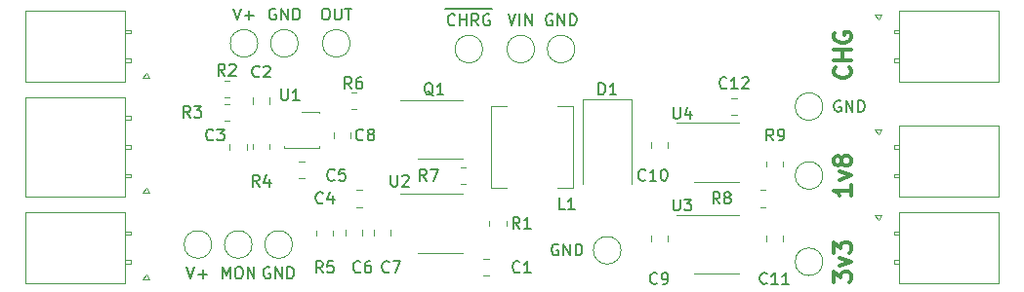
<source format=gto>
G04 #@! TF.GenerationSoftware,KiCad,Pcbnew,(5.1.10)-1*
G04 #@! TF.CreationDate,2021-10-14T23:30:01+01:00*
G04 #@! TF.ProjectId,Battery,42617474-6572-4792-9e6b-696361645f70,rev?*
G04 #@! TF.SameCoordinates,Original*
G04 #@! TF.FileFunction,Legend,Top*
G04 #@! TF.FilePolarity,Positive*
%FSLAX46Y46*%
G04 Gerber Fmt 4.6, Leading zero omitted, Abs format (unit mm)*
G04 Created by KiCad (PCBNEW (5.1.10)-1) date 2021-10-14 23:30:01*
%MOMM*%
%LPD*%
G01*
G04 APERTURE LIST*
%ADD10C,0.200000*%
%ADD11C,0.300000*%
%ADD12C,0.120000*%
%ADD13C,0.150000*%
%ADD14C,2.000000*%
%ADD15R,0.650000X0.350000*%
%ADD16R,1.550000X2.400000*%
%ADD17R,3.600000X3.100000*%
%ADD18C,1.700000*%
%ADD19O,2.200000X1.700000*%
%ADD20R,2.300000X3.500000*%
G04 APERTURE END LIST*
D10*
X247238095Y-49000000D02*
X247142857Y-48952380D01*
X247000000Y-48952380D01*
X246857142Y-49000000D01*
X246761904Y-49095238D01*
X246714285Y-49190476D01*
X246666666Y-49380952D01*
X246666666Y-49523809D01*
X246714285Y-49714285D01*
X246761904Y-49809523D01*
X246857142Y-49904761D01*
X247000000Y-49952380D01*
X247095238Y-49952380D01*
X247238095Y-49904761D01*
X247285714Y-49857142D01*
X247285714Y-49523809D01*
X247095238Y-49523809D01*
X247714285Y-49952380D02*
X247714285Y-48952380D01*
X248285714Y-49952380D01*
X248285714Y-48952380D01*
X248761904Y-49952380D02*
X248761904Y-48952380D01*
X249000000Y-48952380D01*
X249142857Y-49000000D01*
X249238095Y-49095238D01*
X249285714Y-49190476D01*
X249333333Y-49380952D01*
X249333333Y-49523809D01*
X249285714Y-49714285D01*
X249238095Y-49809523D01*
X249142857Y-49904761D01*
X249000000Y-49952380D01*
X248761904Y-49952380D01*
X222738095Y-61500000D02*
X222642857Y-61452380D01*
X222500000Y-61452380D01*
X222357142Y-61500000D01*
X222261904Y-61595238D01*
X222214285Y-61690476D01*
X222166666Y-61880952D01*
X222166666Y-62023809D01*
X222214285Y-62214285D01*
X222261904Y-62309523D01*
X222357142Y-62404761D01*
X222500000Y-62452380D01*
X222595238Y-62452380D01*
X222738095Y-62404761D01*
X222785714Y-62357142D01*
X222785714Y-62023809D01*
X222595238Y-62023809D01*
X223214285Y-62452380D02*
X223214285Y-61452380D01*
X223785714Y-62452380D01*
X223785714Y-61452380D01*
X224261904Y-62452380D02*
X224261904Y-61452380D01*
X224500000Y-61452380D01*
X224642857Y-61500000D01*
X224738095Y-61595238D01*
X224785714Y-61690476D01*
X224833333Y-61880952D01*
X224833333Y-62023809D01*
X224785714Y-62214285D01*
X224738095Y-62309523D01*
X224642857Y-62404761D01*
X224500000Y-62452380D01*
X224261904Y-62452380D01*
X222238095Y-41500000D02*
X222142857Y-41452380D01*
X222000000Y-41452380D01*
X221857142Y-41500000D01*
X221761904Y-41595238D01*
X221714285Y-41690476D01*
X221666666Y-41880952D01*
X221666666Y-42023809D01*
X221714285Y-42214285D01*
X221761904Y-42309523D01*
X221857142Y-42404761D01*
X222000000Y-42452380D01*
X222095238Y-42452380D01*
X222238095Y-42404761D01*
X222285714Y-42357142D01*
X222285714Y-42023809D01*
X222095238Y-42023809D01*
X222714285Y-42452380D02*
X222714285Y-41452380D01*
X223285714Y-42452380D01*
X223285714Y-41452380D01*
X223761904Y-42452380D02*
X223761904Y-41452380D01*
X224000000Y-41452380D01*
X224142857Y-41500000D01*
X224238095Y-41595238D01*
X224285714Y-41690476D01*
X224333333Y-41880952D01*
X224333333Y-42023809D01*
X224285714Y-42214285D01*
X224238095Y-42309523D01*
X224142857Y-42404761D01*
X224000000Y-42452380D01*
X223761904Y-42452380D01*
X218404761Y-41452380D02*
X218738095Y-42452380D01*
X219071428Y-41452380D01*
X219404761Y-42452380D02*
X219404761Y-41452380D01*
X219880952Y-42452380D02*
X219880952Y-41452380D01*
X220452380Y-42452380D01*
X220452380Y-41452380D01*
X198238095Y-41000000D02*
X198142857Y-40952380D01*
X198000000Y-40952380D01*
X197857142Y-41000000D01*
X197761904Y-41095238D01*
X197714285Y-41190476D01*
X197666666Y-41380952D01*
X197666666Y-41523809D01*
X197714285Y-41714285D01*
X197761904Y-41809523D01*
X197857142Y-41904761D01*
X198000000Y-41952380D01*
X198095238Y-41952380D01*
X198238095Y-41904761D01*
X198285714Y-41857142D01*
X198285714Y-41523809D01*
X198095238Y-41523809D01*
X198714285Y-41952380D02*
X198714285Y-40952380D01*
X199285714Y-41952380D01*
X199285714Y-40952380D01*
X199761904Y-41952380D02*
X199761904Y-40952380D01*
X200000000Y-40952380D01*
X200142857Y-41000000D01*
X200238095Y-41095238D01*
X200285714Y-41190476D01*
X200333333Y-41380952D01*
X200333333Y-41523809D01*
X200285714Y-41714285D01*
X200238095Y-41809523D01*
X200142857Y-41904761D01*
X200000000Y-41952380D01*
X199761904Y-41952380D01*
X194547619Y-40952380D02*
X194880952Y-41952380D01*
X195214285Y-40952380D01*
X195547619Y-41571428D02*
X196309523Y-41571428D01*
X195928571Y-41952380D02*
X195928571Y-41190476D01*
X197738095Y-63500000D02*
X197642857Y-63452380D01*
X197500000Y-63452380D01*
X197357142Y-63500000D01*
X197261904Y-63595238D01*
X197214285Y-63690476D01*
X197166666Y-63880952D01*
X197166666Y-64023809D01*
X197214285Y-64214285D01*
X197261904Y-64309523D01*
X197357142Y-64404761D01*
X197500000Y-64452380D01*
X197595238Y-64452380D01*
X197738095Y-64404761D01*
X197785714Y-64357142D01*
X197785714Y-64023809D01*
X197595238Y-64023809D01*
X198214285Y-64452380D02*
X198214285Y-63452380D01*
X198785714Y-64452380D01*
X198785714Y-63452380D01*
X199261904Y-64452380D02*
X199261904Y-63452380D01*
X199500000Y-63452380D01*
X199642857Y-63500000D01*
X199738095Y-63595238D01*
X199785714Y-63690476D01*
X199833333Y-63880952D01*
X199833333Y-64023809D01*
X199785714Y-64214285D01*
X199738095Y-64309523D01*
X199642857Y-64404761D01*
X199500000Y-64452380D01*
X199261904Y-64452380D01*
X193619047Y-64452380D02*
X193619047Y-63452380D01*
X193952380Y-64166666D01*
X194285714Y-63452380D01*
X194285714Y-64452380D01*
X194952380Y-63452380D02*
X195142857Y-63452380D01*
X195238095Y-63500000D01*
X195333333Y-63595238D01*
X195380952Y-63785714D01*
X195380952Y-64119047D01*
X195333333Y-64309523D01*
X195238095Y-64404761D01*
X195142857Y-64452380D01*
X194952380Y-64452380D01*
X194857142Y-64404761D01*
X194761904Y-64309523D01*
X194714285Y-64119047D01*
X194714285Y-63785714D01*
X194761904Y-63595238D01*
X194857142Y-63500000D01*
X194952380Y-63452380D01*
X195809523Y-64452380D02*
X195809523Y-63452380D01*
X196380952Y-64452380D01*
X196380952Y-63452380D01*
X190547619Y-63452380D02*
X190880952Y-64452380D01*
X191214285Y-63452380D01*
X191547619Y-64071428D02*
X192309523Y-64071428D01*
X191928571Y-64452380D02*
X191928571Y-63690476D01*
X212976190Y-41020000D02*
X213976190Y-41020000D01*
X213785714Y-42357142D02*
X213738095Y-42404761D01*
X213595238Y-42452380D01*
X213500000Y-42452380D01*
X213357142Y-42404761D01*
X213261904Y-42309523D01*
X213214285Y-42214285D01*
X213166666Y-42023809D01*
X213166666Y-41880952D01*
X213214285Y-41690476D01*
X213261904Y-41595238D01*
X213357142Y-41500000D01*
X213500000Y-41452380D01*
X213595238Y-41452380D01*
X213738095Y-41500000D01*
X213785714Y-41547619D01*
X213976190Y-41020000D02*
X215023809Y-41020000D01*
X214214285Y-42452380D02*
X214214285Y-41452380D01*
X214214285Y-41928571D02*
X214785714Y-41928571D01*
X214785714Y-42452380D02*
X214785714Y-41452380D01*
X215023809Y-41020000D02*
X216023809Y-41020000D01*
X215833333Y-42452380D02*
X215500000Y-41976190D01*
X215261904Y-42452380D02*
X215261904Y-41452380D01*
X215642857Y-41452380D01*
X215738095Y-41500000D01*
X215785714Y-41547619D01*
X215833333Y-41642857D01*
X215833333Y-41785714D01*
X215785714Y-41880952D01*
X215738095Y-41928571D01*
X215642857Y-41976190D01*
X215261904Y-41976190D01*
X216023809Y-41020000D02*
X217023809Y-41020000D01*
X216785714Y-41500000D02*
X216690476Y-41452380D01*
X216547619Y-41452380D01*
X216404761Y-41500000D01*
X216309523Y-41595238D01*
X216261904Y-41690476D01*
X216214285Y-41880952D01*
X216214285Y-42023809D01*
X216261904Y-42214285D01*
X216309523Y-42309523D01*
X216404761Y-42404761D01*
X216547619Y-42452380D01*
X216642857Y-42452380D01*
X216785714Y-42404761D01*
X216833333Y-42357142D01*
X216833333Y-42023809D01*
X216642857Y-42023809D01*
X202500000Y-40952380D02*
X202690476Y-40952380D01*
X202785714Y-41000000D01*
X202880952Y-41095238D01*
X202928571Y-41285714D01*
X202928571Y-41619047D01*
X202880952Y-41809523D01*
X202785714Y-41904761D01*
X202690476Y-41952380D01*
X202500000Y-41952380D01*
X202404761Y-41904761D01*
X202309523Y-41809523D01*
X202261904Y-41619047D01*
X202261904Y-41285714D01*
X202309523Y-41095238D01*
X202404761Y-41000000D01*
X202500000Y-40952380D01*
X203357142Y-40952380D02*
X203357142Y-41761904D01*
X203404761Y-41857142D01*
X203452380Y-41904761D01*
X203547619Y-41952380D01*
X203738095Y-41952380D01*
X203833333Y-41904761D01*
X203880952Y-41857142D01*
X203928571Y-41761904D01*
X203928571Y-40952380D01*
X204261904Y-40952380D02*
X204833333Y-40952380D01*
X204547619Y-41952380D02*
X204547619Y-40952380D01*
D11*
X248035714Y-46090714D02*
X248107142Y-46162142D01*
X248178571Y-46376428D01*
X248178571Y-46519285D01*
X248107142Y-46733571D01*
X247964285Y-46876428D01*
X247821428Y-46947857D01*
X247535714Y-47019285D01*
X247321428Y-47019285D01*
X247035714Y-46947857D01*
X246892857Y-46876428D01*
X246750000Y-46733571D01*
X246678571Y-46519285D01*
X246678571Y-46376428D01*
X246750000Y-46162142D01*
X246821428Y-46090714D01*
X248178571Y-45447857D02*
X246678571Y-45447857D01*
X247392857Y-45447857D02*
X247392857Y-44590714D01*
X248178571Y-44590714D02*
X246678571Y-44590714D01*
X246750000Y-43090714D02*
X246678571Y-43233571D01*
X246678571Y-43447857D01*
X246750000Y-43662142D01*
X246892857Y-43805000D01*
X247035714Y-43876428D01*
X247321428Y-43947857D01*
X247535714Y-43947857D01*
X247821428Y-43876428D01*
X247964285Y-43805000D01*
X248107142Y-43662142D01*
X248178571Y-43447857D01*
X248178571Y-43305000D01*
X248107142Y-43090714D01*
X248035714Y-43019285D01*
X247535714Y-43019285D01*
X247535714Y-43305000D01*
X248178571Y-56357142D02*
X248178571Y-57214285D01*
X248178571Y-56785714D02*
X246678571Y-56785714D01*
X246892857Y-56928571D01*
X247035714Y-57071428D01*
X247107142Y-57214285D01*
X247178571Y-55857142D02*
X248178571Y-55500000D01*
X247178571Y-55142857D01*
X247321428Y-54357142D02*
X247250000Y-54500000D01*
X247178571Y-54571428D01*
X247035714Y-54642857D01*
X246964285Y-54642857D01*
X246821428Y-54571428D01*
X246750000Y-54500000D01*
X246678571Y-54357142D01*
X246678571Y-54071428D01*
X246750000Y-53928571D01*
X246821428Y-53857142D01*
X246964285Y-53785714D01*
X247035714Y-53785714D01*
X247178571Y-53857142D01*
X247250000Y-53928571D01*
X247321428Y-54071428D01*
X247321428Y-54357142D01*
X247392857Y-54500000D01*
X247464285Y-54571428D01*
X247607142Y-54642857D01*
X247892857Y-54642857D01*
X248035714Y-54571428D01*
X248107142Y-54500000D01*
X248178571Y-54357142D01*
X248178571Y-54071428D01*
X248107142Y-53928571D01*
X248035714Y-53857142D01*
X247892857Y-53785714D01*
X247607142Y-53785714D01*
X247464285Y-53857142D01*
X247392857Y-53928571D01*
X247321428Y-54071428D01*
X246678571Y-64785714D02*
X246678571Y-63857142D01*
X247250000Y-64357142D01*
X247250000Y-64142857D01*
X247321428Y-64000000D01*
X247392857Y-63928571D01*
X247535714Y-63857142D01*
X247892857Y-63857142D01*
X248035714Y-63928571D01*
X248107142Y-64000000D01*
X248178571Y-64142857D01*
X248178571Y-64571428D01*
X248107142Y-64714285D01*
X248035714Y-64785714D01*
X247178571Y-63357142D02*
X248178571Y-63000000D01*
X247178571Y-62642857D01*
X246678571Y-62214285D02*
X246678571Y-61285714D01*
X247250000Y-61785714D01*
X247250000Y-61571428D01*
X247321428Y-61428571D01*
X247392857Y-61357142D01*
X247535714Y-61285714D01*
X247892857Y-61285714D01*
X248035714Y-61357142D01*
X248107142Y-61428571D01*
X248178571Y-61571428D01*
X248178571Y-62000000D01*
X248107142Y-62142857D01*
X248035714Y-62214285D01*
D12*
X228200000Y-62000000D02*
G75*
G03*
X228200000Y-62000000I-1200000J0D01*
G01*
X245700000Y-49500000D02*
G75*
G03*
X245700000Y-49500000I-1200000J0D01*
G01*
X224200000Y-44500000D02*
G75*
G03*
X224200000Y-44500000I-1200000J0D01*
G01*
X197735000Y-48738748D02*
X197735000Y-49261252D01*
X196265000Y-48738748D02*
X196265000Y-49261252D01*
X236500000Y-50940000D02*
X233050000Y-50940000D01*
X236500000Y-50940000D02*
X238450000Y-50940000D01*
X236500000Y-56060000D02*
X234550000Y-56060000D01*
X236500000Y-56060000D02*
X238450000Y-56060000D01*
X236500000Y-58940000D02*
X233050000Y-58940000D01*
X236500000Y-58940000D02*
X238450000Y-58940000D01*
X236500000Y-64060000D02*
X234550000Y-64060000D01*
X236500000Y-64060000D02*
X238450000Y-64060000D01*
X212540000Y-62230000D02*
X214490000Y-62230000D01*
X212540000Y-62230000D02*
X210590000Y-62230000D01*
X212540000Y-57110000D02*
X214490000Y-57110000D01*
X212540000Y-57110000D02*
X209090000Y-57110000D01*
X202060000Y-49940000D02*
X202060000Y-50090000D01*
X198940000Y-53060000D02*
X198940000Y-52910000D01*
X200500000Y-49940000D02*
X202060000Y-49940000D01*
X198940000Y-53060000D02*
X202060000Y-53060000D01*
X202060000Y-53060000D02*
X202060000Y-52910000D01*
X199700000Y-61500000D02*
G75*
G03*
X199700000Y-61500000I-1200000J0D01*
G01*
X196200000Y-61500000D02*
G75*
G03*
X196200000Y-61500000I-1200000J0D01*
G01*
X192700000Y-61500000D02*
G75*
G03*
X192700000Y-61500000I-1200000J0D01*
G01*
X245700000Y-55500000D02*
G75*
G03*
X245700000Y-55500000I-1200000J0D01*
G01*
X245700000Y-63000000D02*
G75*
G03*
X245700000Y-63000000I-1200000J0D01*
G01*
X216200000Y-44500000D02*
G75*
G03*
X216200000Y-44500000I-1200000J0D01*
G01*
X220700000Y-44500000D02*
G75*
G03*
X220700000Y-44500000I-1200000J0D01*
G01*
X204700000Y-44000000D02*
G75*
G03*
X204700000Y-44000000I-1200000J0D01*
G01*
X200200000Y-44000000D02*
G75*
G03*
X200200000Y-44000000I-1200000J0D01*
G01*
X196700000Y-44000000D02*
G75*
G03*
X196700000Y-44000000I-1200000J0D01*
G01*
X240765000Y-54727064D02*
X240765000Y-54272936D01*
X242235000Y-54727064D02*
X242235000Y-54272936D01*
X240727064Y-58235000D02*
X240272936Y-58235000D01*
X240727064Y-56765000D02*
X240272936Y-56765000D01*
X214272936Y-56235000D02*
X214727064Y-56235000D01*
X214272936Y-54765000D02*
X214727064Y-54765000D01*
X205227064Y-48265000D02*
X204772936Y-48265000D01*
X205227064Y-49735000D02*
X204772936Y-49735000D01*
X201765000Y-60272936D02*
X201765000Y-60727064D01*
X203235000Y-60272936D02*
X203235000Y-60727064D01*
X197735000Y-53227064D02*
X197735000Y-52772936D01*
X196265000Y-53227064D02*
X196265000Y-52772936D01*
X193772936Y-50735000D02*
X194227064Y-50735000D01*
X193772936Y-49265000D02*
X194227064Y-49265000D01*
X193772936Y-48735000D02*
X194227064Y-48735000D01*
X193772936Y-47265000D02*
X194227064Y-47265000D01*
X218235000Y-59897064D02*
X218235000Y-59442936D01*
X216765000Y-59897064D02*
X216765000Y-59442936D01*
X212500000Y-54060000D02*
X214450000Y-54060000D01*
X212500000Y-54060000D02*
X210550000Y-54060000D01*
X212500000Y-48940000D02*
X214450000Y-48940000D01*
X212500000Y-48940000D02*
X209050000Y-48940000D01*
X218300000Y-49450000D02*
X216950000Y-49450000D01*
X216950000Y-49450000D02*
X216950000Y-56550000D01*
X216950000Y-56550000D02*
X218300000Y-56550000D01*
X222700000Y-49450000D02*
X224050000Y-49450000D01*
X224050000Y-49450000D02*
X224050000Y-56550000D01*
X224050000Y-56550000D02*
X222700000Y-56550000D01*
X185190000Y-64830000D02*
X185190000Y-58670000D01*
X185190000Y-58670000D02*
X176510000Y-58670000D01*
X176510000Y-58670000D02*
X176510000Y-64830000D01*
X176510000Y-64830000D02*
X185190000Y-64830000D01*
X185190000Y-62850000D02*
X185190000Y-63150000D01*
X185190000Y-63150000D02*
X185640000Y-63150000D01*
X185640000Y-63150000D02*
X185640000Y-62850000D01*
X185640000Y-62850000D02*
X185190000Y-62850000D01*
X185190000Y-60350000D02*
X185190000Y-60650000D01*
X185190000Y-60650000D02*
X185640000Y-60650000D01*
X185640000Y-60650000D02*
X185640000Y-60350000D01*
X185640000Y-60350000D02*
X185190000Y-60350000D01*
X187000000Y-64110000D02*
X186700000Y-64534264D01*
X186700000Y-64534264D02*
X187300000Y-64534264D01*
X187300000Y-64534264D02*
X187000000Y-64110000D01*
X250200000Y-51465736D02*
X250500000Y-51890000D01*
X250800000Y-51465736D02*
X250200000Y-51465736D01*
X250500000Y-51890000D02*
X250800000Y-51465736D01*
X251860000Y-55650000D02*
X252310000Y-55650000D01*
X251860000Y-55350000D02*
X251860000Y-55650000D01*
X252310000Y-55350000D02*
X251860000Y-55350000D01*
X252310000Y-55650000D02*
X252310000Y-55350000D01*
X251860000Y-53150000D02*
X252310000Y-53150000D01*
X251860000Y-52850000D02*
X251860000Y-53150000D01*
X252310000Y-52850000D02*
X251860000Y-52850000D01*
X252310000Y-53150000D02*
X252310000Y-52850000D01*
X260990000Y-51170000D02*
X252310000Y-51170000D01*
X260990000Y-57330000D02*
X260990000Y-51170000D01*
X252310000Y-57330000D02*
X260990000Y-57330000D01*
X252310000Y-51170000D02*
X252310000Y-57330000D01*
X250200000Y-58965736D02*
X250500000Y-59390000D01*
X250800000Y-58965736D02*
X250200000Y-58965736D01*
X250500000Y-59390000D02*
X250800000Y-58965736D01*
X251860000Y-63150000D02*
X252310000Y-63150000D01*
X251860000Y-62850000D02*
X251860000Y-63150000D01*
X252310000Y-62850000D02*
X251860000Y-62850000D01*
X252310000Y-63150000D02*
X252310000Y-62850000D01*
X251860000Y-60650000D02*
X252310000Y-60650000D01*
X251860000Y-60350000D02*
X251860000Y-60650000D01*
X252310000Y-60350000D02*
X251860000Y-60350000D01*
X252310000Y-60650000D02*
X252310000Y-60350000D01*
X260990000Y-58670000D02*
X252310000Y-58670000D01*
X260990000Y-64830000D02*
X260990000Y-58670000D01*
X252310000Y-64830000D02*
X260990000Y-64830000D01*
X252310000Y-58670000D02*
X252310000Y-64830000D01*
X185190000Y-47330000D02*
X185190000Y-41170000D01*
X185190000Y-41170000D02*
X176510000Y-41170000D01*
X176510000Y-41170000D02*
X176510000Y-47330000D01*
X176510000Y-47330000D02*
X185190000Y-47330000D01*
X185190000Y-45350000D02*
X185190000Y-45650000D01*
X185190000Y-45650000D02*
X185640000Y-45650000D01*
X185640000Y-45650000D02*
X185640000Y-45350000D01*
X185640000Y-45350000D02*
X185190000Y-45350000D01*
X185190000Y-42850000D02*
X185190000Y-43150000D01*
X185190000Y-43150000D02*
X185640000Y-43150000D01*
X185640000Y-43150000D02*
X185640000Y-42850000D01*
X185640000Y-42850000D02*
X185190000Y-42850000D01*
X187000000Y-46610000D02*
X186700000Y-47034264D01*
X186700000Y-47034264D02*
X187300000Y-47034264D01*
X187300000Y-47034264D02*
X187000000Y-46610000D01*
X250200000Y-41465736D02*
X250500000Y-41890000D01*
X250800000Y-41465736D02*
X250200000Y-41465736D01*
X250500000Y-41890000D02*
X250800000Y-41465736D01*
X251860000Y-45650000D02*
X252310000Y-45650000D01*
X251860000Y-45350000D02*
X251860000Y-45650000D01*
X252310000Y-45350000D02*
X251860000Y-45350000D01*
X252310000Y-45650000D02*
X252310000Y-45350000D01*
X251860000Y-43150000D02*
X252310000Y-43150000D01*
X251860000Y-42850000D02*
X251860000Y-43150000D01*
X252310000Y-42850000D02*
X251860000Y-42850000D01*
X252310000Y-43150000D02*
X252310000Y-42850000D01*
X260990000Y-41170000D02*
X252310000Y-41170000D01*
X260990000Y-47330000D02*
X260990000Y-41170000D01*
X252310000Y-47330000D02*
X260990000Y-47330000D01*
X252310000Y-41170000D02*
X252310000Y-47330000D01*
X185190000Y-57330000D02*
X185190000Y-48670000D01*
X185190000Y-48670000D02*
X176510000Y-48670000D01*
X176510000Y-48670000D02*
X176510000Y-57330000D01*
X176510000Y-57330000D02*
X185190000Y-57330000D01*
X185190000Y-55350000D02*
X185190000Y-55650000D01*
X185190000Y-55650000D02*
X185640000Y-55650000D01*
X185640000Y-55650000D02*
X185640000Y-55350000D01*
X185640000Y-55350000D02*
X185190000Y-55350000D01*
X185190000Y-52850000D02*
X185190000Y-53150000D01*
X185190000Y-53150000D02*
X185640000Y-53150000D01*
X185640000Y-53150000D02*
X185640000Y-52850000D01*
X185640000Y-52850000D02*
X185190000Y-52850000D01*
X185190000Y-50350000D02*
X185190000Y-50650000D01*
X185190000Y-50650000D02*
X185640000Y-50650000D01*
X185640000Y-50650000D02*
X185640000Y-50350000D01*
X185640000Y-50350000D02*
X185190000Y-50350000D01*
X187000000Y-56610000D02*
X186700000Y-57034264D01*
X186700000Y-57034264D02*
X187300000Y-57034264D01*
X187300000Y-57034264D02*
X187000000Y-56610000D01*
X229150000Y-48900000D02*
X224850000Y-48900000D01*
X224850000Y-48900000D02*
X224850000Y-56200000D01*
X229150000Y-48900000D02*
X229150000Y-56200000D01*
X238261252Y-48765000D02*
X237738748Y-48765000D01*
X238261252Y-50235000D02*
X237738748Y-50235000D01*
X240765000Y-60738748D02*
X240765000Y-61261252D01*
X242235000Y-60738748D02*
X242235000Y-61261252D01*
X230765000Y-52588748D02*
X230765000Y-53111252D01*
X232235000Y-52588748D02*
X232235000Y-53111252D01*
X230765000Y-60738748D02*
X230765000Y-61261252D01*
X232235000Y-60738748D02*
X232235000Y-61261252D01*
X204735000Y-51738748D02*
X204735000Y-52261252D01*
X203265000Y-51738748D02*
X203265000Y-52261252D01*
X208235000Y-60238748D02*
X208235000Y-60761252D01*
X206765000Y-60238748D02*
X206765000Y-60761252D01*
X205735000Y-60238748D02*
X205735000Y-60761252D01*
X204265000Y-60238748D02*
X204265000Y-60761252D01*
X200238748Y-54265000D02*
X200761252Y-54265000D01*
X200238748Y-55735000D02*
X200761252Y-55735000D01*
X205761252Y-58235000D02*
X205238748Y-58235000D01*
X205761252Y-56765000D02*
X205238748Y-56765000D01*
X195735000Y-52738748D02*
X195735000Y-53261252D01*
X194265000Y-52738748D02*
X194265000Y-53261252D01*
X216761252Y-64235000D02*
X216238748Y-64235000D01*
X216761252Y-62765000D02*
X216238748Y-62765000D01*
D13*
X196833333Y-46857142D02*
X196785714Y-46904761D01*
X196642857Y-46952380D01*
X196547619Y-46952380D01*
X196404761Y-46904761D01*
X196309523Y-46809523D01*
X196261904Y-46714285D01*
X196214285Y-46523809D01*
X196214285Y-46380952D01*
X196261904Y-46190476D01*
X196309523Y-46095238D01*
X196404761Y-46000000D01*
X196547619Y-45952380D01*
X196642857Y-45952380D01*
X196785714Y-46000000D01*
X196833333Y-46047619D01*
X197214285Y-46047619D02*
X197261904Y-46000000D01*
X197357142Y-45952380D01*
X197595238Y-45952380D01*
X197690476Y-46000000D01*
X197738095Y-46047619D01*
X197785714Y-46142857D01*
X197785714Y-46238095D01*
X197738095Y-46380952D01*
X197166666Y-46952380D01*
X197785714Y-46952380D01*
X232738095Y-49552380D02*
X232738095Y-50361904D01*
X232785714Y-50457142D01*
X232833333Y-50504761D01*
X232928571Y-50552380D01*
X233119047Y-50552380D01*
X233214285Y-50504761D01*
X233261904Y-50457142D01*
X233309523Y-50361904D01*
X233309523Y-49552380D01*
X234214285Y-49885714D02*
X234214285Y-50552380D01*
X233976190Y-49504761D02*
X233738095Y-50219047D01*
X234357142Y-50219047D01*
X232738095Y-57552380D02*
X232738095Y-58361904D01*
X232785714Y-58457142D01*
X232833333Y-58504761D01*
X232928571Y-58552380D01*
X233119047Y-58552380D01*
X233214285Y-58504761D01*
X233261904Y-58457142D01*
X233309523Y-58361904D01*
X233309523Y-57552380D01*
X233690476Y-57552380D02*
X234309523Y-57552380D01*
X233976190Y-57933333D01*
X234119047Y-57933333D01*
X234214285Y-57980952D01*
X234261904Y-58028571D01*
X234309523Y-58123809D01*
X234309523Y-58361904D01*
X234261904Y-58457142D01*
X234214285Y-58504761D01*
X234119047Y-58552380D01*
X233833333Y-58552380D01*
X233738095Y-58504761D01*
X233690476Y-58457142D01*
X208238095Y-55452380D02*
X208238095Y-56261904D01*
X208285714Y-56357142D01*
X208333333Y-56404761D01*
X208428571Y-56452380D01*
X208619047Y-56452380D01*
X208714285Y-56404761D01*
X208761904Y-56357142D01*
X208809523Y-56261904D01*
X208809523Y-55452380D01*
X209238095Y-55547619D02*
X209285714Y-55500000D01*
X209380952Y-55452380D01*
X209619047Y-55452380D01*
X209714285Y-55500000D01*
X209761904Y-55547619D01*
X209809523Y-55642857D01*
X209809523Y-55738095D01*
X209761904Y-55880952D01*
X209190476Y-56452380D01*
X209809523Y-56452380D01*
X198738095Y-47952380D02*
X198738095Y-48761904D01*
X198785714Y-48857142D01*
X198833333Y-48904761D01*
X198928571Y-48952380D01*
X199119047Y-48952380D01*
X199214285Y-48904761D01*
X199261904Y-48857142D01*
X199309523Y-48761904D01*
X199309523Y-47952380D01*
X200309523Y-48952380D02*
X199738095Y-48952380D01*
X200023809Y-48952380D02*
X200023809Y-47952380D01*
X199928571Y-48095238D01*
X199833333Y-48190476D01*
X199738095Y-48238095D01*
X241407023Y-52452380D02*
X241073690Y-51976190D01*
X240835595Y-52452380D02*
X240835595Y-51452380D01*
X241216547Y-51452380D01*
X241311785Y-51500000D01*
X241359404Y-51547619D01*
X241407023Y-51642857D01*
X241407023Y-51785714D01*
X241359404Y-51880952D01*
X241311785Y-51928571D01*
X241216547Y-51976190D01*
X240835595Y-51976190D01*
X241883214Y-52452380D02*
X242073690Y-52452380D01*
X242168928Y-52404761D01*
X242216547Y-52357142D01*
X242311785Y-52214285D01*
X242359404Y-52023809D01*
X242359404Y-51642857D01*
X242311785Y-51547619D01*
X242264166Y-51500000D01*
X242168928Y-51452380D01*
X241978452Y-51452380D01*
X241883214Y-51500000D01*
X241835595Y-51547619D01*
X241787976Y-51642857D01*
X241787976Y-51880952D01*
X241835595Y-51976190D01*
X241883214Y-52023809D01*
X241978452Y-52071428D01*
X242168928Y-52071428D01*
X242264166Y-52023809D01*
X242311785Y-51976190D01*
X242359404Y-51880952D01*
X236759642Y-57952380D02*
X236426309Y-57476190D01*
X236188214Y-57952380D02*
X236188214Y-56952380D01*
X236569166Y-56952380D01*
X236664404Y-57000000D01*
X236712023Y-57047619D01*
X236759642Y-57142857D01*
X236759642Y-57285714D01*
X236712023Y-57380952D01*
X236664404Y-57428571D01*
X236569166Y-57476190D01*
X236188214Y-57476190D01*
X237331071Y-57380952D02*
X237235833Y-57333333D01*
X237188214Y-57285714D01*
X237140595Y-57190476D01*
X237140595Y-57142857D01*
X237188214Y-57047619D01*
X237235833Y-57000000D01*
X237331071Y-56952380D01*
X237521547Y-56952380D01*
X237616785Y-57000000D01*
X237664404Y-57047619D01*
X237712023Y-57142857D01*
X237712023Y-57190476D01*
X237664404Y-57285714D01*
X237616785Y-57333333D01*
X237521547Y-57380952D01*
X237331071Y-57380952D01*
X237235833Y-57428571D01*
X237188214Y-57476190D01*
X237140595Y-57571428D01*
X237140595Y-57761904D01*
X237188214Y-57857142D01*
X237235833Y-57904761D01*
X237331071Y-57952380D01*
X237521547Y-57952380D01*
X237616785Y-57904761D01*
X237664404Y-57857142D01*
X237712023Y-57761904D01*
X237712023Y-57571428D01*
X237664404Y-57476190D01*
X237616785Y-57428571D01*
X237521547Y-57380952D01*
X211333333Y-55952380D02*
X211000000Y-55476190D01*
X210761904Y-55952380D02*
X210761904Y-54952380D01*
X211142857Y-54952380D01*
X211238095Y-55000000D01*
X211285714Y-55047619D01*
X211333333Y-55142857D01*
X211333333Y-55285714D01*
X211285714Y-55380952D01*
X211238095Y-55428571D01*
X211142857Y-55476190D01*
X210761904Y-55476190D01*
X211666666Y-54952380D02*
X212333333Y-54952380D01*
X211904761Y-55952380D01*
X204833333Y-47952380D02*
X204500000Y-47476190D01*
X204261904Y-47952380D02*
X204261904Y-46952380D01*
X204642857Y-46952380D01*
X204738095Y-47000000D01*
X204785714Y-47047619D01*
X204833333Y-47142857D01*
X204833333Y-47285714D01*
X204785714Y-47380952D01*
X204738095Y-47428571D01*
X204642857Y-47476190D01*
X204261904Y-47476190D01*
X205690476Y-46952380D02*
X205500000Y-46952380D01*
X205404761Y-47000000D01*
X205357142Y-47047619D01*
X205261904Y-47190476D01*
X205214285Y-47380952D01*
X205214285Y-47761904D01*
X205261904Y-47857142D01*
X205309523Y-47904761D01*
X205404761Y-47952380D01*
X205595238Y-47952380D01*
X205690476Y-47904761D01*
X205738095Y-47857142D01*
X205785714Y-47761904D01*
X205785714Y-47523809D01*
X205738095Y-47428571D01*
X205690476Y-47380952D01*
X205595238Y-47333333D01*
X205404761Y-47333333D01*
X205309523Y-47380952D01*
X205261904Y-47428571D01*
X205214285Y-47523809D01*
X202333333Y-63952380D02*
X202000000Y-63476190D01*
X201761904Y-63952380D02*
X201761904Y-62952380D01*
X202142857Y-62952380D01*
X202238095Y-63000000D01*
X202285714Y-63047619D01*
X202333333Y-63142857D01*
X202333333Y-63285714D01*
X202285714Y-63380952D01*
X202238095Y-63428571D01*
X202142857Y-63476190D01*
X201761904Y-63476190D01*
X203238095Y-62952380D02*
X202761904Y-62952380D01*
X202714285Y-63428571D01*
X202761904Y-63380952D01*
X202857142Y-63333333D01*
X203095238Y-63333333D01*
X203190476Y-63380952D01*
X203238095Y-63428571D01*
X203285714Y-63523809D01*
X203285714Y-63761904D01*
X203238095Y-63857142D01*
X203190476Y-63904761D01*
X203095238Y-63952380D01*
X202857142Y-63952380D01*
X202761904Y-63904761D01*
X202714285Y-63857142D01*
X196833333Y-56452380D02*
X196500000Y-55976190D01*
X196261904Y-56452380D02*
X196261904Y-55452380D01*
X196642857Y-55452380D01*
X196738095Y-55500000D01*
X196785714Y-55547619D01*
X196833333Y-55642857D01*
X196833333Y-55785714D01*
X196785714Y-55880952D01*
X196738095Y-55928571D01*
X196642857Y-55976190D01*
X196261904Y-55976190D01*
X197690476Y-55785714D02*
X197690476Y-56452380D01*
X197452380Y-55404761D02*
X197214285Y-56119047D01*
X197833333Y-56119047D01*
X190833333Y-50452380D02*
X190500000Y-49976190D01*
X190261904Y-50452380D02*
X190261904Y-49452380D01*
X190642857Y-49452380D01*
X190738095Y-49500000D01*
X190785714Y-49547619D01*
X190833333Y-49642857D01*
X190833333Y-49785714D01*
X190785714Y-49880952D01*
X190738095Y-49928571D01*
X190642857Y-49976190D01*
X190261904Y-49976190D01*
X191166666Y-49452380D02*
X191785714Y-49452380D01*
X191452380Y-49833333D01*
X191595238Y-49833333D01*
X191690476Y-49880952D01*
X191738095Y-49928571D01*
X191785714Y-50023809D01*
X191785714Y-50261904D01*
X191738095Y-50357142D01*
X191690476Y-50404761D01*
X191595238Y-50452380D01*
X191309523Y-50452380D01*
X191214285Y-50404761D01*
X191166666Y-50357142D01*
X193833333Y-46802380D02*
X193500000Y-46326190D01*
X193261904Y-46802380D02*
X193261904Y-45802380D01*
X193642857Y-45802380D01*
X193738095Y-45850000D01*
X193785714Y-45897619D01*
X193833333Y-45992857D01*
X193833333Y-46135714D01*
X193785714Y-46230952D01*
X193738095Y-46278571D01*
X193642857Y-46326190D01*
X193261904Y-46326190D01*
X194214285Y-45897619D02*
X194261904Y-45850000D01*
X194357142Y-45802380D01*
X194595238Y-45802380D01*
X194690476Y-45850000D01*
X194738095Y-45897619D01*
X194785714Y-45992857D01*
X194785714Y-46088095D01*
X194738095Y-46230952D01*
X194166666Y-46802380D01*
X194785714Y-46802380D01*
X219407023Y-60122380D02*
X219073690Y-59646190D01*
X218835595Y-60122380D02*
X218835595Y-59122380D01*
X219216547Y-59122380D01*
X219311785Y-59170000D01*
X219359404Y-59217619D01*
X219407023Y-59312857D01*
X219407023Y-59455714D01*
X219359404Y-59550952D01*
X219311785Y-59598571D01*
X219216547Y-59646190D01*
X218835595Y-59646190D01*
X220359404Y-60122380D02*
X219787976Y-60122380D01*
X220073690Y-60122380D02*
X220073690Y-59122380D01*
X219978452Y-59265238D01*
X219883214Y-59360476D01*
X219787976Y-59408095D01*
X211904761Y-48547619D02*
X211809523Y-48500000D01*
X211714285Y-48404761D01*
X211571428Y-48261904D01*
X211476190Y-48214285D01*
X211380952Y-48214285D01*
X211428571Y-48452380D02*
X211333333Y-48404761D01*
X211238095Y-48309523D01*
X211190476Y-48119047D01*
X211190476Y-47785714D01*
X211238095Y-47595238D01*
X211333333Y-47500000D01*
X211428571Y-47452380D01*
X211619047Y-47452380D01*
X211714285Y-47500000D01*
X211809523Y-47595238D01*
X211857142Y-47785714D01*
X211857142Y-48119047D01*
X211809523Y-48309523D01*
X211714285Y-48404761D01*
X211619047Y-48452380D01*
X211428571Y-48452380D01*
X212809523Y-48452380D02*
X212238095Y-48452380D01*
X212523809Y-48452380D02*
X212523809Y-47452380D01*
X212428571Y-47595238D01*
X212333333Y-47690476D01*
X212238095Y-47738095D01*
X223333333Y-58452380D02*
X222857142Y-58452380D01*
X222857142Y-57452380D01*
X224190476Y-58452380D02*
X223619047Y-58452380D01*
X223904761Y-58452380D02*
X223904761Y-57452380D01*
X223809523Y-57595238D01*
X223714285Y-57690476D01*
X223619047Y-57738095D01*
X226261904Y-48452380D02*
X226261904Y-47452380D01*
X226500000Y-47452380D01*
X226642857Y-47500000D01*
X226738095Y-47595238D01*
X226785714Y-47690476D01*
X226833333Y-47880952D01*
X226833333Y-48023809D01*
X226785714Y-48214285D01*
X226738095Y-48309523D01*
X226642857Y-48404761D01*
X226500000Y-48452380D01*
X226261904Y-48452380D01*
X227785714Y-48452380D02*
X227214285Y-48452380D01*
X227500000Y-48452380D02*
X227500000Y-47452380D01*
X227404761Y-47595238D01*
X227309523Y-47690476D01*
X227214285Y-47738095D01*
X237357142Y-47857142D02*
X237309523Y-47904761D01*
X237166666Y-47952380D01*
X237071428Y-47952380D01*
X236928571Y-47904761D01*
X236833333Y-47809523D01*
X236785714Y-47714285D01*
X236738095Y-47523809D01*
X236738095Y-47380952D01*
X236785714Y-47190476D01*
X236833333Y-47095238D01*
X236928571Y-47000000D01*
X237071428Y-46952380D01*
X237166666Y-46952380D01*
X237309523Y-47000000D01*
X237357142Y-47047619D01*
X238309523Y-47952380D02*
X237738095Y-47952380D01*
X238023809Y-47952380D02*
X238023809Y-46952380D01*
X237928571Y-47095238D01*
X237833333Y-47190476D01*
X237738095Y-47238095D01*
X238690476Y-47047619D02*
X238738095Y-47000000D01*
X238833333Y-46952380D01*
X239071428Y-46952380D01*
X239166666Y-47000000D01*
X239214285Y-47047619D01*
X239261904Y-47142857D01*
X239261904Y-47238095D01*
X239214285Y-47380952D01*
X238642857Y-47952380D01*
X239261904Y-47952380D01*
X240857142Y-64857142D02*
X240809523Y-64904761D01*
X240666666Y-64952380D01*
X240571428Y-64952380D01*
X240428571Y-64904761D01*
X240333333Y-64809523D01*
X240285714Y-64714285D01*
X240238095Y-64523809D01*
X240238095Y-64380952D01*
X240285714Y-64190476D01*
X240333333Y-64095238D01*
X240428571Y-64000000D01*
X240571428Y-63952380D01*
X240666666Y-63952380D01*
X240809523Y-64000000D01*
X240857142Y-64047619D01*
X241809523Y-64952380D02*
X241238095Y-64952380D01*
X241523809Y-64952380D02*
X241523809Y-63952380D01*
X241428571Y-64095238D01*
X241333333Y-64190476D01*
X241238095Y-64238095D01*
X242761904Y-64952380D02*
X242190476Y-64952380D01*
X242476190Y-64952380D02*
X242476190Y-63952380D01*
X242380952Y-64095238D01*
X242285714Y-64190476D01*
X242190476Y-64238095D01*
X230307261Y-55857142D02*
X230259642Y-55904761D01*
X230116785Y-55952380D01*
X230021547Y-55952380D01*
X229878690Y-55904761D01*
X229783452Y-55809523D01*
X229735833Y-55714285D01*
X229688214Y-55523809D01*
X229688214Y-55380952D01*
X229735833Y-55190476D01*
X229783452Y-55095238D01*
X229878690Y-55000000D01*
X230021547Y-54952380D01*
X230116785Y-54952380D01*
X230259642Y-55000000D01*
X230307261Y-55047619D01*
X231259642Y-55952380D02*
X230688214Y-55952380D01*
X230973928Y-55952380D02*
X230973928Y-54952380D01*
X230878690Y-55095238D01*
X230783452Y-55190476D01*
X230688214Y-55238095D01*
X231878690Y-54952380D02*
X231973928Y-54952380D01*
X232069166Y-55000000D01*
X232116785Y-55047619D01*
X232164404Y-55142857D01*
X232212023Y-55333333D01*
X232212023Y-55571428D01*
X232164404Y-55761904D01*
X232116785Y-55857142D01*
X232069166Y-55904761D01*
X231973928Y-55952380D01*
X231878690Y-55952380D01*
X231783452Y-55904761D01*
X231735833Y-55857142D01*
X231688214Y-55761904D01*
X231640595Y-55571428D01*
X231640595Y-55333333D01*
X231688214Y-55142857D01*
X231735833Y-55047619D01*
X231783452Y-55000000D01*
X231878690Y-54952380D01*
X231333333Y-64857142D02*
X231285714Y-64904761D01*
X231142857Y-64952380D01*
X231047619Y-64952380D01*
X230904761Y-64904761D01*
X230809523Y-64809523D01*
X230761904Y-64714285D01*
X230714285Y-64523809D01*
X230714285Y-64380952D01*
X230761904Y-64190476D01*
X230809523Y-64095238D01*
X230904761Y-64000000D01*
X231047619Y-63952380D01*
X231142857Y-63952380D01*
X231285714Y-64000000D01*
X231333333Y-64047619D01*
X231809523Y-64952380D02*
X232000000Y-64952380D01*
X232095238Y-64904761D01*
X232142857Y-64857142D01*
X232238095Y-64714285D01*
X232285714Y-64523809D01*
X232285714Y-64142857D01*
X232238095Y-64047619D01*
X232190476Y-64000000D01*
X232095238Y-63952380D01*
X231904761Y-63952380D01*
X231809523Y-64000000D01*
X231761904Y-64047619D01*
X231714285Y-64142857D01*
X231714285Y-64380952D01*
X231761904Y-64476190D01*
X231809523Y-64523809D01*
X231904761Y-64571428D01*
X232095238Y-64571428D01*
X232190476Y-64523809D01*
X232238095Y-64476190D01*
X232285714Y-64380952D01*
X205833333Y-52357142D02*
X205785714Y-52404761D01*
X205642857Y-52452380D01*
X205547619Y-52452380D01*
X205404761Y-52404761D01*
X205309523Y-52309523D01*
X205261904Y-52214285D01*
X205214285Y-52023809D01*
X205214285Y-51880952D01*
X205261904Y-51690476D01*
X205309523Y-51595238D01*
X205404761Y-51500000D01*
X205547619Y-51452380D01*
X205642857Y-51452380D01*
X205785714Y-51500000D01*
X205833333Y-51547619D01*
X206404761Y-51880952D02*
X206309523Y-51833333D01*
X206261904Y-51785714D01*
X206214285Y-51690476D01*
X206214285Y-51642857D01*
X206261904Y-51547619D01*
X206309523Y-51500000D01*
X206404761Y-51452380D01*
X206595238Y-51452380D01*
X206690476Y-51500000D01*
X206738095Y-51547619D01*
X206785714Y-51642857D01*
X206785714Y-51690476D01*
X206738095Y-51785714D01*
X206690476Y-51833333D01*
X206595238Y-51880952D01*
X206404761Y-51880952D01*
X206309523Y-51928571D01*
X206261904Y-51976190D01*
X206214285Y-52071428D01*
X206214285Y-52261904D01*
X206261904Y-52357142D01*
X206309523Y-52404761D01*
X206404761Y-52452380D01*
X206595238Y-52452380D01*
X206690476Y-52404761D01*
X206738095Y-52357142D01*
X206785714Y-52261904D01*
X206785714Y-52071428D01*
X206738095Y-51976190D01*
X206690476Y-51928571D01*
X206595238Y-51880952D01*
X208083333Y-63857142D02*
X208035714Y-63904761D01*
X207892857Y-63952380D01*
X207797619Y-63952380D01*
X207654761Y-63904761D01*
X207559523Y-63809523D01*
X207511904Y-63714285D01*
X207464285Y-63523809D01*
X207464285Y-63380952D01*
X207511904Y-63190476D01*
X207559523Y-63095238D01*
X207654761Y-63000000D01*
X207797619Y-62952380D01*
X207892857Y-62952380D01*
X208035714Y-63000000D01*
X208083333Y-63047619D01*
X208416666Y-62952380D02*
X209083333Y-62952380D01*
X208654761Y-63952380D01*
X205583333Y-63857142D02*
X205535714Y-63904761D01*
X205392857Y-63952380D01*
X205297619Y-63952380D01*
X205154761Y-63904761D01*
X205059523Y-63809523D01*
X205011904Y-63714285D01*
X204964285Y-63523809D01*
X204964285Y-63380952D01*
X205011904Y-63190476D01*
X205059523Y-63095238D01*
X205154761Y-63000000D01*
X205297619Y-62952380D01*
X205392857Y-62952380D01*
X205535714Y-63000000D01*
X205583333Y-63047619D01*
X206440476Y-62952380D02*
X206250000Y-62952380D01*
X206154761Y-63000000D01*
X206107142Y-63047619D01*
X206011904Y-63190476D01*
X205964285Y-63380952D01*
X205964285Y-63761904D01*
X206011904Y-63857142D01*
X206059523Y-63904761D01*
X206154761Y-63952380D01*
X206345238Y-63952380D01*
X206440476Y-63904761D01*
X206488095Y-63857142D01*
X206535714Y-63761904D01*
X206535714Y-63523809D01*
X206488095Y-63428571D01*
X206440476Y-63380952D01*
X206345238Y-63333333D01*
X206154761Y-63333333D01*
X206059523Y-63380952D01*
X206011904Y-63428571D01*
X205964285Y-63523809D01*
X203333333Y-55857142D02*
X203285714Y-55904761D01*
X203142857Y-55952380D01*
X203047619Y-55952380D01*
X202904761Y-55904761D01*
X202809523Y-55809523D01*
X202761904Y-55714285D01*
X202714285Y-55523809D01*
X202714285Y-55380952D01*
X202761904Y-55190476D01*
X202809523Y-55095238D01*
X202904761Y-55000000D01*
X203047619Y-54952380D01*
X203142857Y-54952380D01*
X203285714Y-55000000D01*
X203333333Y-55047619D01*
X204238095Y-54952380D02*
X203761904Y-54952380D01*
X203714285Y-55428571D01*
X203761904Y-55380952D01*
X203857142Y-55333333D01*
X204095238Y-55333333D01*
X204190476Y-55380952D01*
X204238095Y-55428571D01*
X204285714Y-55523809D01*
X204285714Y-55761904D01*
X204238095Y-55857142D01*
X204190476Y-55904761D01*
X204095238Y-55952380D01*
X203857142Y-55952380D01*
X203761904Y-55904761D01*
X203714285Y-55857142D01*
X202333333Y-57857142D02*
X202285714Y-57904761D01*
X202142857Y-57952380D01*
X202047619Y-57952380D01*
X201904761Y-57904761D01*
X201809523Y-57809523D01*
X201761904Y-57714285D01*
X201714285Y-57523809D01*
X201714285Y-57380952D01*
X201761904Y-57190476D01*
X201809523Y-57095238D01*
X201904761Y-57000000D01*
X202047619Y-56952380D01*
X202142857Y-56952380D01*
X202285714Y-57000000D01*
X202333333Y-57047619D01*
X203190476Y-57285714D02*
X203190476Y-57952380D01*
X202952380Y-56904761D02*
X202714285Y-57619047D01*
X203333333Y-57619047D01*
X192833333Y-52357142D02*
X192785714Y-52404761D01*
X192642857Y-52452380D01*
X192547619Y-52452380D01*
X192404761Y-52404761D01*
X192309523Y-52309523D01*
X192261904Y-52214285D01*
X192214285Y-52023809D01*
X192214285Y-51880952D01*
X192261904Y-51690476D01*
X192309523Y-51595238D01*
X192404761Y-51500000D01*
X192547619Y-51452380D01*
X192642857Y-51452380D01*
X192785714Y-51500000D01*
X192833333Y-51547619D01*
X193166666Y-51452380D02*
X193785714Y-51452380D01*
X193452380Y-51833333D01*
X193595238Y-51833333D01*
X193690476Y-51880952D01*
X193738095Y-51928571D01*
X193785714Y-52023809D01*
X193785714Y-52261904D01*
X193738095Y-52357142D01*
X193690476Y-52404761D01*
X193595238Y-52452380D01*
X193309523Y-52452380D01*
X193214285Y-52404761D01*
X193166666Y-52357142D01*
X219407023Y-63857142D02*
X219359404Y-63904761D01*
X219216547Y-63952380D01*
X219121309Y-63952380D01*
X218978452Y-63904761D01*
X218883214Y-63809523D01*
X218835595Y-63714285D01*
X218787976Y-63523809D01*
X218787976Y-63380952D01*
X218835595Y-63190476D01*
X218883214Y-63095238D01*
X218978452Y-63000000D01*
X219121309Y-62952380D01*
X219216547Y-62952380D01*
X219359404Y-63000000D01*
X219407023Y-63047619D01*
X220359404Y-63952380D02*
X219787976Y-63952380D01*
X220073690Y-63952380D02*
X220073690Y-62952380D01*
X219978452Y-63095238D01*
X219883214Y-63190476D01*
X219787976Y-63238095D01*
%LPC*%
D14*
X227000000Y-62000000D03*
X244500000Y-49500000D03*
X223000000Y-44500000D03*
G36*
G01*
X196525000Y-49450000D02*
X197475000Y-49450000D01*
G75*
G02*
X197725000Y-49700000I0J-250000D01*
G01*
X197725000Y-50375000D01*
G75*
G02*
X197475000Y-50625000I-250000J0D01*
G01*
X196525000Y-50625000D01*
G75*
G02*
X196275000Y-50375000I0J250000D01*
G01*
X196275000Y-49700000D01*
G75*
G02*
X196525000Y-49450000I250000J0D01*
G01*
G37*
G36*
G01*
X196525000Y-47375000D02*
X197475000Y-47375000D01*
G75*
G02*
X197725000Y-47625000I0J-250000D01*
G01*
X197725000Y-48300000D01*
G75*
G02*
X197475000Y-48550000I-250000J0D01*
G01*
X196525000Y-48550000D01*
G75*
G02*
X196275000Y-48300000I0J250000D01*
G01*
X196275000Y-47625000D01*
G75*
G02*
X196525000Y-47375000I250000J0D01*
G01*
G37*
G36*
G01*
X238000000Y-51745000D02*
X238000000Y-51445000D01*
G75*
G02*
X238150000Y-51295000I150000J0D01*
G01*
X239800000Y-51295000D01*
G75*
G02*
X239950000Y-51445000I0J-150000D01*
G01*
X239950000Y-51745000D01*
G75*
G02*
X239800000Y-51895000I-150000J0D01*
G01*
X238150000Y-51895000D01*
G75*
G02*
X238000000Y-51745000I0J150000D01*
G01*
G37*
G36*
G01*
X238000000Y-53015000D02*
X238000000Y-52715000D01*
G75*
G02*
X238150000Y-52565000I150000J0D01*
G01*
X239800000Y-52565000D01*
G75*
G02*
X239950000Y-52715000I0J-150000D01*
G01*
X239950000Y-53015000D01*
G75*
G02*
X239800000Y-53165000I-150000J0D01*
G01*
X238150000Y-53165000D01*
G75*
G02*
X238000000Y-53015000I0J150000D01*
G01*
G37*
G36*
G01*
X238000000Y-54285000D02*
X238000000Y-53985000D01*
G75*
G02*
X238150000Y-53835000I150000J0D01*
G01*
X239800000Y-53835000D01*
G75*
G02*
X239950000Y-53985000I0J-150000D01*
G01*
X239950000Y-54285000D01*
G75*
G02*
X239800000Y-54435000I-150000J0D01*
G01*
X238150000Y-54435000D01*
G75*
G02*
X238000000Y-54285000I0J150000D01*
G01*
G37*
G36*
G01*
X238000000Y-55555000D02*
X238000000Y-55255000D01*
G75*
G02*
X238150000Y-55105000I150000J0D01*
G01*
X239800000Y-55105000D01*
G75*
G02*
X239950000Y-55255000I0J-150000D01*
G01*
X239950000Y-55555000D01*
G75*
G02*
X239800000Y-55705000I-150000J0D01*
G01*
X238150000Y-55705000D01*
G75*
G02*
X238000000Y-55555000I0J150000D01*
G01*
G37*
G36*
G01*
X233050000Y-55555000D02*
X233050000Y-55255000D01*
G75*
G02*
X233200000Y-55105000I150000J0D01*
G01*
X234850000Y-55105000D01*
G75*
G02*
X235000000Y-55255000I0J-150000D01*
G01*
X235000000Y-55555000D01*
G75*
G02*
X234850000Y-55705000I-150000J0D01*
G01*
X233200000Y-55705000D01*
G75*
G02*
X233050000Y-55555000I0J150000D01*
G01*
G37*
G36*
G01*
X233050000Y-54285000D02*
X233050000Y-53985000D01*
G75*
G02*
X233200000Y-53835000I150000J0D01*
G01*
X234850000Y-53835000D01*
G75*
G02*
X235000000Y-53985000I0J-150000D01*
G01*
X235000000Y-54285000D01*
G75*
G02*
X234850000Y-54435000I-150000J0D01*
G01*
X233200000Y-54435000D01*
G75*
G02*
X233050000Y-54285000I0J150000D01*
G01*
G37*
G36*
G01*
X233050000Y-53015000D02*
X233050000Y-52715000D01*
G75*
G02*
X233200000Y-52565000I150000J0D01*
G01*
X234850000Y-52565000D01*
G75*
G02*
X235000000Y-52715000I0J-150000D01*
G01*
X235000000Y-53015000D01*
G75*
G02*
X234850000Y-53165000I-150000J0D01*
G01*
X233200000Y-53165000D01*
G75*
G02*
X233050000Y-53015000I0J150000D01*
G01*
G37*
G36*
G01*
X233050000Y-51745000D02*
X233050000Y-51445000D01*
G75*
G02*
X233200000Y-51295000I150000J0D01*
G01*
X234850000Y-51295000D01*
G75*
G02*
X235000000Y-51445000I0J-150000D01*
G01*
X235000000Y-51745000D01*
G75*
G02*
X234850000Y-51895000I-150000J0D01*
G01*
X233200000Y-51895000D01*
G75*
G02*
X233050000Y-51745000I0J150000D01*
G01*
G37*
G36*
G01*
X238000000Y-59745000D02*
X238000000Y-59445000D01*
G75*
G02*
X238150000Y-59295000I150000J0D01*
G01*
X239800000Y-59295000D01*
G75*
G02*
X239950000Y-59445000I0J-150000D01*
G01*
X239950000Y-59745000D01*
G75*
G02*
X239800000Y-59895000I-150000J0D01*
G01*
X238150000Y-59895000D01*
G75*
G02*
X238000000Y-59745000I0J150000D01*
G01*
G37*
G36*
G01*
X238000000Y-61015000D02*
X238000000Y-60715000D01*
G75*
G02*
X238150000Y-60565000I150000J0D01*
G01*
X239800000Y-60565000D01*
G75*
G02*
X239950000Y-60715000I0J-150000D01*
G01*
X239950000Y-61015000D01*
G75*
G02*
X239800000Y-61165000I-150000J0D01*
G01*
X238150000Y-61165000D01*
G75*
G02*
X238000000Y-61015000I0J150000D01*
G01*
G37*
G36*
G01*
X238000000Y-62285000D02*
X238000000Y-61985000D01*
G75*
G02*
X238150000Y-61835000I150000J0D01*
G01*
X239800000Y-61835000D01*
G75*
G02*
X239950000Y-61985000I0J-150000D01*
G01*
X239950000Y-62285000D01*
G75*
G02*
X239800000Y-62435000I-150000J0D01*
G01*
X238150000Y-62435000D01*
G75*
G02*
X238000000Y-62285000I0J150000D01*
G01*
G37*
G36*
G01*
X238000000Y-63555000D02*
X238000000Y-63255000D01*
G75*
G02*
X238150000Y-63105000I150000J0D01*
G01*
X239800000Y-63105000D01*
G75*
G02*
X239950000Y-63255000I0J-150000D01*
G01*
X239950000Y-63555000D01*
G75*
G02*
X239800000Y-63705000I-150000J0D01*
G01*
X238150000Y-63705000D01*
G75*
G02*
X238000000Y-63555000I0J150000D01*
G01*
G37*
G36*
G01*
X233050000Y-63555000D02*
X233050000Y-63255000D01*
G75*
G02*
X233200000Y-63105000I150000J0D01*
G01*
X234850000Y-63105000D01*
G75*
G02*
X235000000Y-63255000I0J-150000D01*
G01*
X235000000Y-63555000D01*
G75*
G02*
X234850000Y-63705000I-150000J0D01*
G01*
X233200000Y-63705000D01*
G75*
G02*
X233050000Y-63555000I0J150000D01*
G01*
G37*
G36*
G01*
X233050000Y-62285000D02*
X233050000Y-61985000D01*
G75*
G02*
X233200000Y-61835000I150000J0D01*
G01*
X234850000Y-61835000D01*
G75*
G02*
X235000000Y-61985000I0J-150000D01*
G01*
X235000000Y-62285000D01*
G75*
G02*
X234850000Y-62435000I-150000J0D01*
G01*
X233200000Y-62435000D01*
G75*
G02*
X233050000Y-62285000I0J150000D01*
G01*
G37*
G36*
G01*
X233050000Y-61015000D02*
X233050000Y-60715000D01*
G75*
G02*
X233200000Y-60565000I150000J0D01*
G01*
X234850000Y-60565000D01*
G75*
G02*
X235000000Y-60715000I0J-150000D01*
G01*
X235000000Y-61015000D01*
G75*
G02*
X234850000Y-61165000I-150000J0D01*
G01*
X233200000Y-61165000D01*
G75*
G02*
X233050000Y-61015000I0J150000D01*
G01*
G37*
G36*
G01*
X233050000Y-59745000D02*
X233050000Y-59445000D01*
G75*
G02*
X233200000Y-59295000I150000J0D01*
G01*
X234850000Y-59295000D01*
G75*
G02*
X235000000Y-59445000I0J-150000D01*
G01*
X235000000Y-59745000D01*
G75*
G02*
X234850000Y-59895000I-150000J0D01*
G01*
X233200000Y-59895000D01*
G75*
G02*
X233050000Y-59745000I0J150000D01*
G01*
G37*
G36*
G01*
X214240000Y-57915000D02*
X214240000Y-57615000D01*
G75*
G02*
X214390000Y-57465000I150000J0D01*
G01*
X215840000Y-57465000D01*
G75*
G02*
X215990000Y-57615000I0J-150000D01*
G01*
X215990000Y-57915000D01*
G75*
G02*
X215840000Y-58065000I-150000J0D01*
G01*
X214390000Y-58065000D01*
G75*
G02*
X214240000Y-57915000I0J150000D01*
G01*
G37*
G36*
G01*
X214240000Y-59185000D02*
X214240000Y-58885000D01*
G75*
G02*
X214390000Y-58735000I150000J0D01*
G01*
X215840000Y-58735000D01*
G75*
G02*
X215990000Y-58885000I0J-150000D01*
G01*
X215990000Y-59185000D01*
G75*
G02*
X215840000Y-59335000I-150000J0D01*
G01*
X214390000Y-59335000D01*
G75*
G02*
X214240000Y-59185000I0J150000D01*
G01*
G37*
G36*
G01*
X214240000Y-60455000D02*
X214240000Y-60155000D01*
G75*
G02*
X214390000Y-60005000I150000J0D01*
G01*
X215840000Y-60005000D01*
G75*
G02*
X215990000Y-60155000I0J-150000D01*
G01*
X215990000Y-60455000D01*
G75*
G02*
X215840000Y-60605000I-150000J0D01*
G01*
X214390000Y-60605000D01*
G75*
G02*
X214240000Y-60455000I0J150000D01*
G01*
G37*
G36*
G01*
X214240000Y-61725000D02*
X214240000Y-61425000D01*
G75*
G02*
X214390000Y-61275000I150000J0D01*
G01*
X215840000Y-61275000D01*
G75*
G02*
X215990000Y-61425000I0J-150000D01*
G01*
X215990000Y-61725000D01*
G75*
G02*
X215840000Y-61875000I-150000J0D01*
G01*
X214390000Y-61875000D01*
G75*
G02*
X214240000Y-61725000I0J150000D01*
G01*
G37*
G36*
G01*
X209090000Y-61725000D02*
X209090000Y-61425000D01*
G75*
G02*
X209240000Y-61275000I150000J0D01*
G01*
X210690000Y-61275000D01*
G75*
G02*
X210840000Y-61425000I0J-150000D01*
G01*
X210840000Y-61725000D01*
G75*
G02*
X210690000Y-61875000I-150000J0D01*
G01*
X209240000Y-61875000D01*
G75*
G02*
X209090000Y-61725000I0J150000D01*
G01*
G37*
G36*
G01*
X209090000Y-60455000D02*
X209090000Y-60155000D01*
G75*
G02*
X209240000Y-60005000I150000J0D01*
G01*
X210690000Y-60005000D01*
G75*
G02*
X210840000Y-60155000I0J-150000D01*
G01*
X210840000Y-60455000D01*
G75*
G02*
X210690000Y-60605000I-150000J0D01*
G01*
X209240000Y-60605000D01*
G75*
G02*
X209090000Y-60455000I0J150000D01*
G01*
G37*
G36*
G01*
X209090000Y-59185000D02*
X209090000Y-58885000D01*
G75*
G02*
X209240000Y-58735000I150000J0D01*
G01*
X210690000Y-58735000D01*
G75*
G02*
X210840000Y-58885000I0J-150000D01*
G01*
X210840000Y-59185000D01*
G75*
G02*
X210690000Y-59335000I-150000J0D01*
G01*
X209240000Y-59335000D01*
G75*
G02*
X209090000Y-59185000I0J150000D01*
G01*
G37*
G36*
G01*
X209090000Y-57915000D02*
X209090000Y-57615000D01*
G75*
G02*
X209240000Y-57465000I150000J0D01*
G01*
X210690000Y-57465000D01*
G75*
G02*
X210840000Y-57615000I0J-150000D01*
G01*
X210840000Y-57915000D01*
G75*
G02*
X210690000Y-58065000I-150000J0D01*
G01*
X209240000Y-58065000D01*
G75*
G02*
X209090000Y-57915000I0J150000D01*
G01*
G37*
D15*
X199100000Y-50525000D03*
X199100000Y-51175000D03*
X199100000Y-51825000D03*
X199100000Y-52475000D03*
X201900000Y-52475000D03*
X201900000Y-51825000D03*
X201900000Y-51175000D03*
X201900000Y-50525000D03*
D16*
X200500000Y-51500000D03*
D14*
X198500000Y-61500000D03*
X195000000Y-61500000D03*
X191500000Y-61500000D03*
X244500000Y-55500000D03*
X244500000Y-63000000D03*
X215000000Y-44500000D03*
X219500000Y-44500000D03*
X203500000Y-44000000D03*
X199000000Y-44000000D03*
X195500000Y-44000000D03*
G36*
G01*
X241950001Y-54100000D02*
X241049999Y-54100000D01*
G75*
G02*
X240800000Y-53850001I0J249999D01*
G01*
X240800000Y-53149999D01*
G75*
G02*
X241049999Y-52900000I249999J0D01*
G01*
X241950001Y-52900000D01*
G75*
G02*
X242200000Y-53149999I0J-249999D01*
G01*
X242200000Y-53850001D01*
G75*
G02*
X241950001Y-54100000I-249999J0D01*
G01*
G37*
G36*
G01*
X241950001Y-56100000D02*
X241049999Y-56100000D01*
G75*
G02*
X240800000Y-55850001I0J249999D01*
G01*
X240800000Y-55149999D01*
G75*
G02*
X241049999Y-54900000I249999J0D01*
G01*
X241950001Y-54900000D01*
G75*
G02*
X242200000Y-55149999I0J-249999D01*
G01*
X242200000Y-55850001D01*
G75*
G02*
X241950001Y-56100000I-249999J0D01*
G01*
G37*
G36*
G01*
X240100000Y-57049999D02*
X240100000Y-57950001D01*
G75*
G02*
X239850001Y-58200000I-249999J0D01*
G01*
X239149999Y-58200000D01*
G75*
G02*
X238900000Y-57950001I0J249999D01*
G01*
X238900000Y-57049999D01*
G75*
G02*
X239149999Y-56800000I249999J0D01*
G01*
X239850001Y-56800000D01*
G75*
G02*
X240100000Y-57049999I0J-249999D01*
G01*
G37*
G36*
G01*
X242100000Y-57049999D02*
X242100000Y-57950001D01*
G75*
G02*
X241850001Y-58200000I-249999J0D01*
G01*
X241149999Y-58200000D01*
G75*
G02*
X240900000Y-57950001I0J249999D01*
G01*
X240900000Y-57049999D01*
G75*
G02*
X241149999Y-56800000I249999J0D01*
G01*
X241850001Y-56800000D01*
G75*
G02*
X242100000Y-57049999I0J-249999D01*
G01*
G37*
G36*
G01*
X212900000Y-55950001D02*
X212900000Y-55049999D01*
G75*
G02*
X213149999Y-54800000I249999J0D01*
G01*
X213850001Y-54800000D01*
G75*
G02*
X214100000Y-55049999I0J-249999D01*
G01*
X214100000Y-55950001D01*
G75*
G02*
X213850001Y-56200000I-249999J0D01*
G01*
X213149999Y-56200000D01*
G75*
G02*
X212900000Y-55950001I0J249999D01*
G01*
G37*
G36*
G01*
X214900000Y-55950001D02*
X214900000Y-55049999D01*
G75*
G02*
X215149999Y-54800000I249999J0D01*
G01*
X215850001Y-54800000D01*
G75*
G02*
X216100000Y-55049999I0J-249999D01*
G01*
X216100000Y-55950001D01*
G75*
G02*
X215850001Y-56200000I-249999J0D01*
G01*
X215149999Y-56200000D01*
G75*
G02*
X214900000Y-55950001I0J249999D01*
G01*
G37*
G36*
G01*
X206600000Y-48549999D02*
X206600000Y-49450001D01*
G75*
G02*
X206350001Y-49700000I-249999J0D01*
G01*
X205649999Y-49700000D01*
G75*
G02*
X205400000Y-49450001I0J249999D01*
G01*
X205400000Y-48549999D01*
G75*
G02*
X205649999Y-48300000I249999J0D01*
G01*
X206350001Y-48300000D01*
G75*
G02*
X206600000Y-48549999I0J-249999D01*
G01*
G37*
G36*
G01*
X204600000Y-48549999D02*
X204600000Y-49450001D01*
G75*
G02*
X204350001Y-49700000I-249999J0D01*
G01*
X203649999Y-49700000D01*
G75*
G02*
X203400000Y-49450001I0J249999D01*
G01*
X203400000Y-48549999D01*
G75*
G02*
X203649999Y-48300000I249999J0D01*
G01*
X204350001Y-48300000D01*
G75*
G02*
X204600000Y-48549999I0J-249999D01*
G01*
G37*
G36*
G01*
X202049999Y-58900000D02*
X202950001Y-58900000D01*
G75*
G02*
X203200000Y-59149999I0J-249999D01*
G01*
X203200000Y-59850001D01*
G75*
G02*
X202950001Y-60100000I-249999J0D01*
G01*
X202049999Y-60100000D01*
G75*
G02*
X201800000Y-59850001I0J249999D01*
G01*
X201800000Y-59149999D01*
G75*
G02*
X202049999Y-58900000I249999J0D01*
G01*
G37*
G36*
G01*
X202049999Y-60900000D02*
X202950001Y-60900000D01*
G75*
G02*
X203200000Y-61149999I0J-249999D01*
G01*
X203200000Y-61850001D01*
G75*
G02*
X202950001Y-62100000I-249999J0D01*
G01*
X202049999Y-62100000D01*
G75*
G02*
X201800000Y-61850001I0J249999D01*
G01*
X201800000Y-61149999D01*
G75*
G02*
X202049999Y-60900000I249999J0D01*
G01*
G37*
G36*
G01*
X197450001Y-54600000D02*
X196549999Y-54600000D01*
G75*
G02*
X196300000Y-54350001I0J249999D01*
G01*
X196300000Y-53649999D01*
G75*
G02*
X196549999Y-53400000I249999J0D01*
G01*
X197450001Y-53400000D01*
G75*
G02*
X197700000Y-53649999I0J-249999D01*
G01*
X197700000Y-54350001D01*
G75*
G02*
X197450001Y-54600000I-249999J0D01*
G01*
G37*
G36*
G01*
X197450001Y-52600000D02*
X196549999Y-52600000D01*
G75*
G02*
X196300000Y-52350001I0J249999D01*
G01*
X196300000Y-51649999D01*
G75*
G02*
X196549999Y-51400000I249999J0D01*
G01*
X197450001Y-51400000D01*
G75*
G02*
X197700000Y-51649999I0J-249999D01*
G01*
X197700000Y-52350001D01*
G75*
G02*
X197450001Y-52600000I-249999J0D01*
G01*
G37*
G36*
G01*
X192400000Y-50450001D02*
X192400000Y-49549999D01*
G75*
G02*
X192649999Y-49300000I249999J0D01*
G01*
X193350001Y-49300000D01*
G75*
G02*
X193600000Y-49549999I0J-249999D01*
G01*
X193600000Y-50450001D01*
G75*
G02*
X193350001Y-50700000I-249999J0D01*
G01*
X192649999Y-50700000D01*
G75*
G02*
X192400000Y-50450001I0J249999D01*
G01*
G37*
G36*
G01*
X194400000Y-50450001D02*
X194400000Y-49549999D01*
G75*
G02*
X194649999Y-49300000I249999J0D01*
G01*
X195350001Y-49300000D01*
G75*
G02*
X195600000Y-49549999I0J-249999D01*
G01*
X195600000Y-50450001D01*
G75*
G02*
X195350001Y-50700000I-249999J0D01*
G01*
X194649999Y-50700000D01*
G75*
G02*
X194400000Y-50450001I0J249999D01*
G01*
G37*
G36*
G01*
X192400000Y-48450001D02*
X192400000Y-47549999D01*
G75*
G02*
X192649999Y-47300000I249999J0D01*
G01*
X193350001Y-47300000D01*
G75*
G02*
X193600000Y-47549999I0J-249999D01*
G01*
X193600000Y-48450001D01*
G75*
G02*
X193350001Y-48700000I-249999J0D01*
G01*
X192649999Y-48700000D01*
G75*
G02*
X192400000Y-48450001I0J249999D01*
G01*
G37*
G36*
G01*
X194400000Y-48450001D02*
X194400000Y-47549999D01*
G75*
G02*
X194649999Y-47300000I249999J0D01*
G01*
X195350001Y-47300000D01*
G75*
G02*
X195600000Y-47549999I0J-249999D01*
G01*
X195600000Y-48450001D01*
G75*
G02*
X195350001Y-48700000I-249999J0D01*
G01*
X194649999Y-48700000D01*
G75*
G02*
X194400000Y-48450001I0J249999D01*
G01*
G37*
G36*
G01*
X217950001Y-61270000D02*
X217049999Y-61270000D01*
G75*
G02*
X216800000Y-61020001I0J249999D01*
G01*
X216800000Y-60319999D01*
G75*
G02*
X217049999Y-60070000I249999J0D01*
G01*
X217950001Y-60070000D01*
G75*
G02*
X218200000Y-60319999I0J-249999D01*
G01*
X218200000Y-61020001D01*
G75*
G02*
X217950001Y-61270000I-249999J0D01*
G01*
G37*
G36*
G01*
X217950001Y-59270000D02*
X217049999Y-59270000D01*
G75*
G02*
X216800000Y-59020001I0J249999D01*
G01*
X216800000Y-58319999D01*
G75*
G02*
X217049999Y-58070000I249999J0D01*
G01*
X217950001Y-58070000D01*
G75*
G02*
X218200000Y-58319999I0J-249999D01*
G01*
X218200000Y-59020001D01*
G75*
G02*
X217950001Y-59270000I-249999J0D01*
G01*
G37*
G36*
G01*
X209050000Y-49745000D02*
X209050000Y-49445000D01*
G75*
G02*
X209200000Y-49295000I150000J0D01*
G01*
X210850000Y-49295000D01*
G75*
G02*
X211000000Y-49445000I0J-150000D01*
G01*
X211000000Y-49745000D01*
G75*
G02*
X210850000Y-49895000I-150000J0D01*
G01*
X209200000Y-49895000D01*
G75*
G02*
X209050000Y-49745000I0J150000D01*
G01*
G37*
G36*
G01*
X209050000Y-51015000D02*
X209050000Y-50715000D01*
G75*
G02*
X209200000Y-50565000I150000J0D01*
G01*
X210850000Y-50565000D01*
G75*
G02*
X211000000Y-50715000I0J-150000D01*
G01*
X211000000Y-51015000D01*
G75*
G02*
X210850000Y-51165000I-150000J0D01*
G01*
X209200000Y-51165000D01*
G75*
G02*
X209050000Y-51015000I0J150000D01*
G01*
G37*
G36*
G01*
X209050000Y-52285000D02*
X209050000Y-51985000D01*
G75*
G02*
X209200000Y-51835000I150000J0D01*
G01*
X210850000Y-51835000D01*
G75*
G02*
X211000000Y-51985000I0J-150000D01*
G01*
X211000000Y-52285000D01*
G75*
G02*
X210850000Y-52435000I-150000J0D01*
G01*
X209200000Y-52435000D01*
G75*
G02*
X209050000Y-52285000I0J150000D01*
G01*
G37*
G36*
G01*
X209050000Y-53555000D02*
X209050000Y-53255000D01*
G75*
G02*
X209200000Y-53105000I150000J0D01*
G01*
X210850000Y-53105000D01*
G75*
G02*
X211000000Y-53255000I0J-150000D01*
G01*
X211000000Y-53555000D01*
G75*
G02*
X210850000Y-53705000I-150000J0D01*
G01*
X209200000Y-53705000D01*
G75*
G02*
X209050000Y-53555000I0J150000D01*
G01*
G37*
G36*
G01*
X214000000Y-53555000D02*
X214000000Y-53255000D01*
G75*
G02*
X214150000Y-53105000I150000J0D01*
G01*
X215800000Y-53105000D01*
G75*
G02*
X215950000Y-53255000I0J-150000D01*
G01*
X215950000Y-53555000D01*
G75*
G02*
X215800000Y-53705000I-150000J0D01*
G01*
X214150000Y-53705000D01*
G75*
G02*
X214000000Y-53555000I0J150000D01*
G01*
G37*
G36*
G01*
X214000000Y-52285000D02*
X214000000Y-51985000D01*
G75*
G02*
X214150000Y-51835000I150000J0D01*
G01*
X215800000Y-51835000D01*
G75*
G02*
X215950000Y-51985000I0J-150000D01*
G01*
X215950000Y-52285000D01*
G75*
G02*
X215800000Y-52435000I-150000J0D01*
G01*
X214150000Y-52435000D01*
G75*
G02*
X214000000Y-52285000I0J150000D01*
G01*
G37*
G36*
G01*
X214000000Y-51015000D02*
X214000000Y-50715000D01*
G75*
G02*
X214150000Y-50565000I150000J0D01*
G01*
X215800000Y-50565000D01*
G75*
G02*
X215950000Y-50715000I0J-150000D01*
G01*
X215950000Y-51015000D01*
G75*
G02*
X215800000Y-51165000I-150000J0D01*
G01*
X214150000Y-51165000D01*
G75*
G02*
X214000000Y-51015000I0J150000D01*
G01*
G37*
G36*
G01*
X214000000Y-49745000D02*
X214000000Y-49445000D01*
G75*
G02*
X214150000Y-49295000I150000J0D01*
G01*
X215800000Y-49295000D01*
G75*
G02*
X215950000Y-49445000I0J-150000D01*
G01*
X215950000Y-49745000D01*
G75*
G02*
X215800000Y-49895000I-150000J0D01*
G01*
X214150000Y-49895000D01*
G75*
G02*
X214000000Y-49745000I0J150000D01*
G01*
G37*
D17*
X220500000Y-55800000D03*
X220500000Y-50200000D03*
D18*
X179820000Y-60500000D03*
X179820000Y-63000000D03*
D19*
X187000000Y-60500000D03*
G36*
G01*
X188100000Y-62400000D02*
X188100000Y-63600000D01*
G75*
G02*
X187850000Y-63850000I-250000J0D01*
G01*
X186150000Y-63850000D01*
G75*
G02*
X185900000Y-63600000I0J250000D01*
G01*
X185900000Y-62400000D01*
G75*
G02*
X186150000Y-62150000I250000J0D01*
G01*
X187850000Y-62150000D01*
G75*
G02*
X188100000Y-62400000I0J-250000D01*
G01*
G37*
G36*
G01*
X249400000Y-53600000D02*
X249400000Y-52400000D01*
G75*
G02*
X249650000Y-52150000I250000J0D01*
G01*
X251350000Y-52150000D01*
G75*
G02*
X251600000Y-52400000I0J-250000D01*
G01*
X251600000Y-53600000D01*
G75*
G02*
X251350000Y-53850000I-250000J0D01*
G01*
X249650000Y-53850000D01*
G75*
G02*
X249400000Y-53600000I0J250000D01*
G01*
G37*
X250500000Y-55500000D03*
D18*
X257680000Y-53000000D03*
X257680000Y-55500000D03*
G36*
G01*
X249400000Y-61100000D02*
X249400000Y-59900000D01*
G75*
G02*
X249650000Y-59650000I250000J0D01*
G01*
X251350000Y-59650000D01*
G75*
G02*
X251600000Y-59900000I0J-250000D01*
G01*
X251600000Y-61100000D01*
G75*
G02*
X251350000Y-61350000I-250000J0D01*
G01*
X249650000Y-61350000D01*
G75*
G02*
X249400000Y-61100000I0J250000D01*
G01*
G37*
D19*
X250500000Y-63000000D03*
D18*
X257680000Y-60500000D03*
X257680000Y-63000000D03*
X179820000Y-43000000D03*
X179820000Y-45500000D03*
D19*
X187000000Y-43000000D03*
G36*
G01*
X188100000Y-44900000D02*
X188100000Y-46100000D01*
G75*
G02*
X187850000Y-46350000I-250000J0D01*
G01*
X186150000Y-46350000D01*
G75*
G02*
X185900000Y-46100000I0J250000D01*
G01*
X185900000Y-44900000D01*
G75*
G02*
X186150000Y-44650000I250000J0D01*
G01*
X187850000Y-44650000D01*
G75*
G02*
X188100000Y-44900000I0J-250000D01*
G01*
G37*
G36*
G01*
X249400000Y-43600000D02*
X249400000Y-42400000D01*
G75*
G02*
X249650000Y-42150000I250000J0D01*
G01*
X251350000Y-42150000D01*
G75*
G02*
X251600000Y-42400000I0J-250000D01*
G01*
X251600000Y-43600000D01*
G75*
G02*
X251350000Y-43850000I-250000J0D01*
G01*
X249650000Y-43850000D01*
G75*
G02*
X249400000Y-43600000I0J250000D01*
G01*
G37*
X250500000Y-45500000D03*
D18*
X257680000Y-43000000D03*
X257680000Y-45500000D03*
X179820000Y-50500000D03*
X179820000Y-55500000D03*
D19*
X187000000Y-50500000D03*
X187000000Y-53000000D03*
G36*
G01*
X188100000Y-54900000D02*
X188100000Y-56100000D01*
G75*
G02*
X187850000Y-56350000I-250000J0D01*
G01*
X186150000Y-56350000D01*
G75*
G02*
X185900000Y-56100000I0J250000D01*
G01*
X185900000Y-54900000D01*
G75*
G02*
X186150000Y-54650000I250000J0D01*
G01*
X187850000Y-54650000D01*
G75*
G02*
X188100000Y-54900000I0J-250000D01*
G01*
G37*
D20*
X227000000Y-56200000D03*
X227000000Y-50800000D03*
G36*
G01*
X239625000Y-49025000D02*
X239625000Y-49975000D01*
G75*
G02*
X239375000Y-50225000I-250000J0D01*
G01*
X238700000Y-50225000D01*
G75*
G02*
X238450000Y-49975000I0J250000D01*
G01*
X238450000Y-49025000D01*
G75*
G02*
X238700000Y-48775000I250000J0D01*
G01*
X239375000Y-48775000D01*
G75*
G02*
X239625000Y-49025000I0J-250000D01*
G01*
G37*
G36*
G01*
X237550000Y-49025000D02*
X237550000Y-49975000D01*
G75*
G02*
X237300000Y-50225000I-250000J0D01*
G01*
X236625000Y-50225000D01*
G75*
G02*
X236375000Y-49975000I0J250000D01*
G01*
X236375000Y-49025000D01*
G75*
G02*
X236625000Y-48775000I250000J0D01*
G01*
X237300000Y-48775000D01*
G75*
G02*
X237550000Y-49025000I0J-250000D01*
G01*
G37*
G36*
G01*
X241025000Y-59375000D02*
X241975000Y-59375000D01*
G75*
G02*
X242225000Y-59625000I0J-250000D01*
G01*
X242225000Y-60300000D01*
G75*
G02*
X241975000Y-60550000I-250000J0D01*
G01*
X241025000Y-60550000D01*
G75*
G02*
X240775000Y-60300000I0J250000D01*
G01*
X240775000Y-59625000D01*
G75*
G02*
X241025000Y-59375000I250000J0D01*
G01*
G37*
G36*
G01*
X241025000Y-61450000D02*
X241975000Y-61450000D01*
G75*
G02*
X242225000Y-61700000I0J-250000D01*
G01*
X242225000Y-62375000D01*
G75*
G02*
X241975000Y-62625000I-250000J0D01*
G01*
X241025000Y-62625000D01*
G75*
G02*
X240775000Y-62375000I0J250000D01*
G01*
X240775000Y-61700000D01*
G75*
G02*
X241025000Y-61450000I250000J0D01*
G01*
G37*
G36*
G01*
X231025000Y-51225000D02*
X231975000Y-51225000D01*
G75*
G02*
X232225000Y-51475000I0J-250000D01*
G01*
X232225000Y-52150000D01*
G75*
G02*
X231975000Y-52400000I-250000J0D01*
G01*
X231025000Y-52400000D01*
G75*
G02*
X230775000Y-52150000I0J250000D01*
G01*
X230775000Y-51475000D01*
G75*
G02*
X231025000Y-51225000I250000J0D01*
G01*
G37*
G36*
G01*
X231025000Y-53300000D02*
X231975000Y-53300000D01*
G75*
G02*
X232225000Y-53550000I0J-250000D01*
G01*
X232225000Y-54225000D01*
G75*
G02*
X231975000Y-54475000I-250000J0D01*
G01*
X231025000Y-54475000D01*
G75*
G02*
X230775000Y-54225000I0J250000D01*
G01*
X230775000Y-53550000D01*
G75*
G02*
X231025000Y-53300000I250000J0D01*
G01*
G37*
G36*
G01*
X231025000Y-59375000D02*
X231975000Y-59375000D01*
G75*
G02*
X232225000Y-59625000I0J-250000D01*
G01*
X232225000Y-60300000D01*
G75*
G02*
X231975000Y-60550000I-250000J0D01*
G01*
X231025000Y-60550000D01*
G75*
G02*
X230775000Y-60300000I0J250000D01*
G01*
X230775000Y-59625000D01*
G75*
G02*
X231025000Y-59375000I250000J0D01*
G01*
G37*
G36*
G01*
X231025000Y-61450000D02*
X231975000Y-61450000D01*
G75*
G02*
X232225000Y-61700000I0J-250000D01*
G01*
X232225000Y-62375000D01*
G75*
G02*
X231975000Y-62625000I-250000J0D01*
G01*
X231025000Y-62625000D01*
G75*
G02*
X230775000Y-62375000I0J250000D01*
G01*
X230775000Y-61700000D01*
G75*
G02*
X231025000Y-61450000I250000J0D01*
G01*
G37*
G36*
G01*
X203525000Y-52450000D02*
X204475000Y-52450000D01*
G75*
G02*
X204725000Y-52700000I0J-250000D01*
G01*
X204725000Y-53375000D01*
G75*
G02*
X204475000Y-53625000I-250000J0D01*
G01*
X203525000Y-53625000D01*
G75*
G02*
X203275000Y-53375000I0J250000D01*
G01*
X203275000Y-52700000D01*
G75*
G02*
X203525000Y-52450000I250000J0D01*
G01*
G37*
G36*
G01*
X203525000Y-50375000D02*
X204475000Y-50375000D01*
G75*
G02*
X204725000Y-50625000I0J-250000D01*
G01*
X204725000Y-51300000D01*
G75*
G02*
X204475000Y-51550000I-250000J0D01*
G01*
X203525000Y-51550000D01*
G75*
G02*
X203275000Y-51300000I0J250000D01*
G01*
X203275000Y-50625000D01*
G75*
G02*
X203525000Y-50375000I250000J0D01*
G01*
G37*
G36*
G01*
X207025000Y-60950000D02*
X207975000Y-60950000D01*
G75*
G02*
X208225000Y-61200000I0J-250000D01*
G01*
X208225000Y-61875000D01*
G75*
G02*
X207975000Y-62125000I-250000J0D01*
G01*
X207025000Y-62125000D01*
G75*
G02*
X206775000Y-61875000I0J250000D01*
G01*
X206775000Y-61200000D01*
G75*
G02*
X207025000Y-60950000I250000J0D01*
G01*
G37*
G36*
G01*
X207025000Y-58875000D02*
X207975000Y-58875000D01*
G75*
G02*
X208225000Y-59125000I0J-250000D01*
G01*
X208225000Y-59800000D01*
G75*
G02*
X207975000Y-60050000I-250000J0D01*
G01*
X207025000Y-60050000D01*
G75*
G02*
X206775000Y-59800000I0J250000D01*
G01*
X206775000Y-59125000D01*
G75*
G02*
X207025000Y-58875000I250000J0D01*
G01*
G37*
G36*
G01*
X204525000Y-60950000D02*
X205475000Y-60950000D01*
G75*
G02*
X205725000Y-61200000I0J-250000D01*
G01*
X205725000Y-61875000D01*
G75*
G02*
X205475000Y-62125000I-250000J0D01*
G01*
X204525000Y-62125000D01*
G75*
G02*
X204275000Y-61875000I0J250000D01*
G01*
X204275000Y-61200000D01*
G75*
G02*
X204525000Y-60950000I250000J0D01*
G01*
G37*
G36*
G01*
X204525000Y-58875000D02*
X205475000Y-58875000D01*
G75*
G02*
X205725000Y-59125000I0J-250000D01*
G01*
X205725000Y-59800000D01*
G75*
G02*
X205475000Y-60050000I-250000J0D01*
G01*
X204525000Y-60050000D01*
G75*
G02*
X204275000Y-59800000I0J250000D01*
G01*
X204275000Y-59125000D01*
G75*
G02*
X204525000Y-58875000I250000J0D01*
G01*
G37*
G36*
G01*
X200950000Y-55475000D02*
X200950000Y-54525000D01*
G75*
G02*
X201200000Y-54275000I250000J0D01*
G01*
X201875000Y-54275000D01*
G75*
G02*
X202125000Y-54525000I0J-250000D01*
G01*
X202125000Y-55475000D01*
G75*
G02*
X201875000Y-55725000I-250000J0D01*
G01*
X201200000Y-55725000D01*
G75*
G02*
X200950000Y-55475000I0J250000D01*
G01*
G37*
G36*
G01*
X198875000Y-55475000D02*
X198875000Y-54525000D01*
G75*
G02*
X199125000Y-54275000I250000J0D01*
G01*
X199800000Y-54275000D01*
G75*
G02*
X200050000Y-54525000I0J-250000D01*
G01*
X200050000Y-55475000D01*
G75*
G02*
X199800000Y-55725000I-250000J0D01*
G01*
X199125000Y-55725000D01*
G75*
G02*
X198875000Y-55475000I0J250000D01*
G01*
G37*
G36*
G01*
X205050000Y-57025000D02*
X205050000Y-57975000D01*
G75*
G02*
X204800000Y-58225000I-250000J0D01*
G01*
X204125000Y-58225000D01*
G75*
G02*
X203875000Y-57975000I0J250000D01*
G01*
X203875000Y-57025000D01*
G75*
G02*
X204125000Y-56775000I250000J0D01*
G01*
X204800000Y-56775000D01*
G75*
G02*
X205050000Y-57025000I0J-250000D01*
G01*
G37*
G36*
G01*
X207125000Y-57025000D02*
X207125000Y-57975000D01*
G75*
G02*
X206875000Y-58225000I-250000J0D01*
G01*
X206200000Y-58225000D01*
G75*
G02*
X205950000Y-57975000I0J250000D01*
G01*
X205950000Y-57025000D01*
G75*
G02*
X206200000Y-56775000I250000J0D01*
G01*
X206875000Y-56775000D01*
G75*
G02*
X207125000Y-57025000I0J-250000D01*
G01*
G37*
G36*
G01*
X194525000Y-53450000D02*
X195475000Y-53450000D01*
G75*
G02*
X195725000Y-53700000I0J-250000D01*
G01*
X195725000Y-54375000D01*
G75*
G02*
X195475000Y-54625000I-250000J0D01*
G01*
X194525000Y-54625000D01*
G75*
G02*
X194275000Y-54375000I0J250000D01*
G01*
X194275000Y-53700000D01*
G75*
G02*
X194525000Y-53450000I250000J0D01*
G01*
G37*
G36*
G01*
X194525000Y-51375000D02*
X195475000Y-51375000D01*
G75*
G02*
X195725000Y-51625000I0J-250000D01*
G01*
X195725000Y-52300000D01*
G75*
G02*
X195475000Y-52550000I-250000J0D01*
G01*
X194525000Y-52550000D01*
G75*
G02*
X194275000Y-52300000I0J250000D01*
G01*
X194275000Y-51625000D01*
G75*
G02*
X194525000Y-51375000I250000J0D01*
G01*
G37*
G36*
G01*
X216050000Y-63025000D02*
X216050000Y-63975000D01*
G75*
G02*
X215800000Y-64225000I-250000J0D01*
G01*
X215125000Y-64225000D01*
G75*
G02*
X214875000Y-63975000I0J250000D01*
G01*
X214875000Y-63025000D01*
G75*
G02*
X215125000Y-62775000I250000J0D01*
G01*
X215800000Y-62775000D01*
G75*
G02*
X216050000Y-63025000I0J-250000D01*
G01*
G37*
G36*
G01*
X218125000Y-63025000D02*
X218125000Y-63975000D01*
G75*
G02*
X217875000Y-64225000I-250000J0D01*
G01*
X217200000Y-64225000D01*
G75*
G02*
X216950000Y-63975000I0J250000D01*
G01*
X216950000Y-63025000D01*
G75*
G02*
X217200000Y-62775000I250000J0D01*
G01*
X217875000Y-62775000D01*
G75*
G02*
X218125000Y-63025000I0J-250000D01*
G01*
G37*
M02*

</source>
